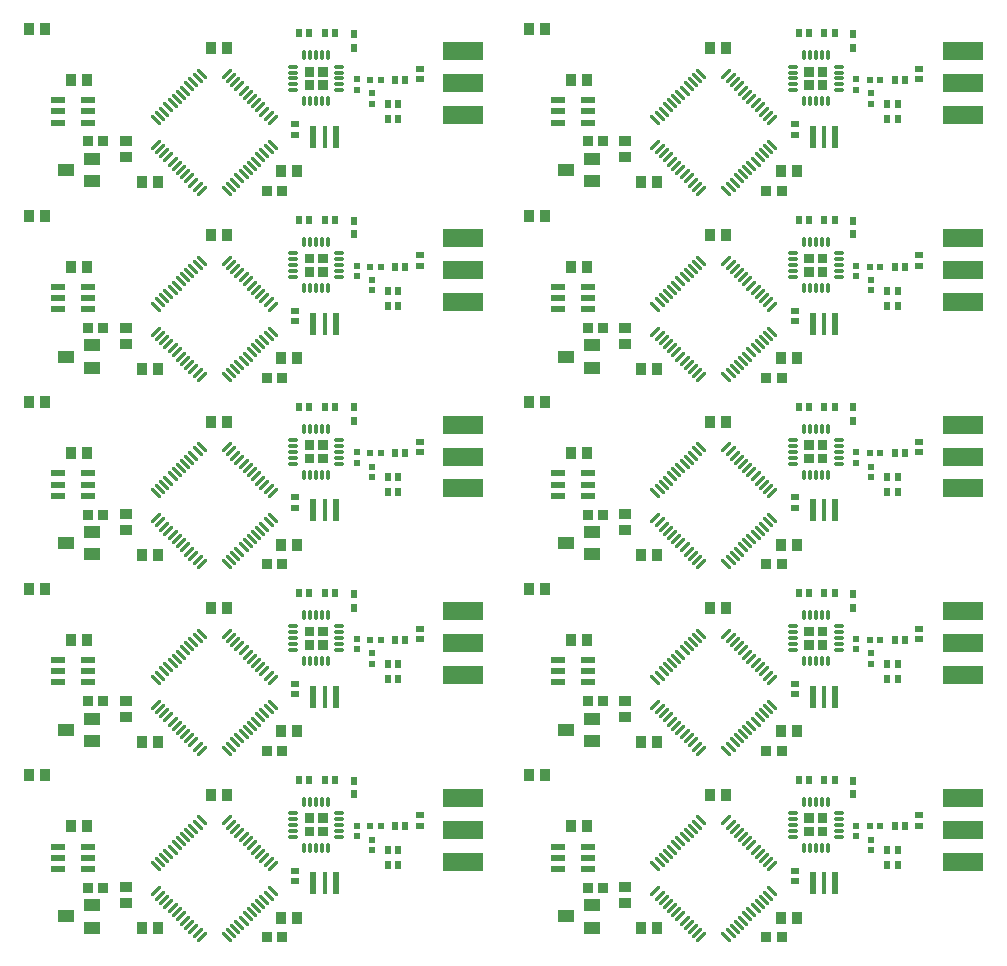
<source format=gtp>
G04*
G04 #@! TF.GenerationSoftware,Altium Limited,Altium Designer,22.10.1 (41)*
G04*
G04 Layer_Color=8421504*
%FSTAX24Y24*%
%MOIN*%
G70*
G04*
G04 #@! TF.SameCoordinates,8E8F082C-EA0B-43D0-983D-46ADB54C0823*
G04*
G04*
G04 #@! TF.FilePolarity,Positive*
G04*
G01*
G75*
%ADD10R,0.0252X0.0236*%
%ADD11R,0.0236X0.0252*%
%ADD12R,0.0197X0.0236*%
%ADD13R,0.0236X0.0197*%
%ADD14R,0.0236X0.0295*%
%ADD15R,0.0354X0.0394*%
G04:AMPARAMS|DCode=17|XSize=31.9mil|YSize=10.2mil|CornerRadius=1.3mil|HoleSize=0mil|Usage=FLASHONLY|Rotation=0.000|XOffset=0mil|YOffset=0mil|HoleType=Round|Shape=RoundedRectangle|*
%AMROUNDEDRECTD17*
21,1,0.0319,0.0077,0,0,0.0*
21,1,0.0293,0.0102,0,0,0.0*
1,1,0.0026,0.0147,-0.0038*
1,1,0.0026,-0.0147,-0.0038*
1,1,0.0026,-0.0147,0.0038*
1,1,0.0026,0.0147,0.0038*
%
%ADD17ROUNDEDRECTD17*%
G04:AMPARAMS|DCode=18|XSize=31.9mil|YSize=10.2mil|CornerRadius=1.3mil|HoleSize=0mil|Usage=FLASHONLY|Rotation=90.000|XOffset=0mil|YOffset=0mil|HoleType=Round|Shape=RoundedRectangle|*
%AMROUNDEDRECTD18*
21,1,0.0319,0.0077,0,0,90.0*
21,1,0.0293,0.0102,0,0,90.0*
1,1,0.0026,0.0038,0.0147*
1,1,0.0026,0.0038,-0.0147*
1,1,0.0026,-0.0038,-0.0147*
1,1,0.0026,-0.0038,0.0147*
%
%ADD18ROUNDEDRECTD18*%
G04:AMPARAMS|DCode=19|XSize=11.8mil|YSize=47.2mil|CornerRadius=0mil|HoleSize=0mil|Usage=FLASHONLY|Rotation=225.000|XOffset=0mil|YOffset=0mil|HoleType=Round|Shape=Round|*
%AMOVALD19*
21,1,0.0354,0.0118,0.0000,0.0000,315.0*
1,1,0.0118,-0.0125,0.0125*
1,1,0.0118,0.0125,-0.0125*
%
%ADD19OVALD19*%

G04:AMPARAMS|DCode=20|XSize=11.8mil|YSize=47.2mil|CornerRadius=0mil|HoleSize=0mil|Usage=FLASHONLY|Rotation=135.000|XOffset=0mil|YOffset=0mil|HoleType=Round|Shape=Round|*
%AMOVALD20*
21,1,0.0354,0.0118,0.0000,0.0000,225.0*
1,1,0.0118,0.0125,0.0125*
1,1,0.0118,-0.0125,-0.0125*
%
%ADD20OVALD20*%

%ADD21R,0.0394X0.0354*%
%ADD22R,0.0236X0.0748*%
%ADD23R,0.0157X0.0748*%
%ADD24R,0.1378X0.0591*%
%ADD25R,0.0335X0.0374*%
%ADD26R,0.0551X0.0394*%
G04:AMPARAMS|DCode=27|XSize=47.6mil|YSize=23.2mil|CornerRadius=2.9mil|HoleSize=0mil|Usage=FLASHONLY|Rotation=0.000|XOffset=0mil|YOffset=0mil|HoleType=Round|Shape=RoundedRectangle|*
%AMROUNDEDRECTD27*
21,1,0.0476,0.0174,0,0,0.0*
21,1,0.0418,0.0232,0,0,0.0*
1,1,0.0058,0.0209,-0.0087*
1,1,0.0058,-0.0209,-0.0087*
1,1,0.0058,-0.0209,0.0087*
1,1,0.0058,0.0209,0.0087*
%
%ADD27ROUNDEDRECTD27*%
G36*
X045512Y043485D02*
X045189D01*
Y043808D01*
X045512D01*
Y043485D01*
D02*
G37*
G36*
X028859D02*
X028535D01*
Y043808D01*
X028859D01*
Y043485D01*
D02*
G37*
G36*
X045961Y043485D02*
X045638D01*
Y043808D01*
X045961D01*
Y043485D01*
D02*
G37*
G36*
X029308D02*
X028985D01*
Y043808D01*
X029308D01*
Y043485D01*
D02*
G37*
G36*
X045961Y043036D02*
X045638D01*
Y043359D01*
X045961D01*
Y043036D01*
D02*
G37*
G36*
X029308D02*
X028985D01*
Y043359D01*
X029308D01*
Y043036D01*
D02*
G37*
G36*
X045512Y043036D02*
X045189D01*
Y043359D01*
X045512D01*
Y043036D01*
D02*
G37*
G36*
X028859D02*
X028536D01*
Y043359D01*
X028859D01*
Y043036D01*
D02*
G37*
G36*
X045512Y037265D02*
X045189D01*
Y037587D01*
X045512D01*
Y037265D01*
D02*
G37*
G36*
X028859D02*
X028535D01*
Y037587D01*
X028859D01*
Y037265D01*
D02*
G37*
G36*
X045961Y037265D02*
X045638D01*
Y037587D01*
X045961D01*
Y037265D01*
D02*
G37*
G36*
X029308D02*
X028985D01*
Y037587D01*
X029308D01*
Y037265D01*
D02*
G37*
G36*
X045961Y036816D02*
X045638D01*
Y037139D01*
X045961D01*
Y036816D01*
D02*
G37*
G36*
X029308D02*
X028985D01*
Y037139D01*
X029308D01*
Y036816D01*
D02*
G37*
G36*
X045512Y036816D02*
X045189D01*
Y037139D01*
X045512D01*
Y036816D01*
D02*
G37*
G36*
X028859D02*
X028536D01*
Y037139D01*
X028859D01*
Y036816D01*
D02*
G37*
G36*
X045512Y031044D02*
X045189D01*
Y031367D01*
X045512D01*
Y031044D01*
D02*
G37*
G36*
X028859D02*
X028535D01*
Y031367D01*
X028859D01*
Y031044D01*
D02*
G37*
G36*
X045961Y031044D02*
X045638D01*
Y031367D01*
X045961D01*
Y031044D01*
D02*
G37*
G36*
X029308D02*
X028985D01*
Y031367D01*
X029308D01*
Y031044D01*
D02*
G37*
G36*
X045961Y030595D02*
X045638D01*
Y030918D01*
X045961D01*
Y030595D01*
D02*
G37*
G36*
X029308D02*
X028985D01*
Y030918D01*
X029308D01*
Y030595D01*
D02*
G37*
G36*
X045512Y030595D02*
X045189D01*
Y030918D01*
X045512D01*
Y030595D01*
D02*
G37*
G36*
X028859D02*
X028536D01*
Y030918D01*
X028859D01*
Y030595D01*
D02*
G37*
G36*
X045512Y024824D02*
X045189D01*
Y025146D01*
X045512D01*
Y024824D01*
D02*
G37*
G36*
X028859D02*
X028535D01*
Y025146D01*
X028859D01*
Y024824D01*
D02*
G37*
G36*
X045961Y024824D02*
X045638D01*
Y025146D01*
X045961D01*
Y024824D01*
D02*
G37*
G36*
X029308D02*
X028985D01*
Y025146D01*
X029308D01*
Y024824D01*
D02*
G37*
G36*
X045961Y024375D02*
X045638D01*
Y024698D01*
X045961D01*
Y024375D01*
D02*
G37*
G36*
X029308D02*
X028985D01*
Y024698D01*
X029308D01*
Y024375D01*
D02*
G37*
G36*
X045512Y024375D02*
X045189D01*
Y024698D01*
X045512D01*
Y024375D01*
D02*
G37*
G36*
X028859D02*
X028536D01*
Y024698D01*
X028859D01*
Y024375D01*
D02*
G37*
G36*
X045512Y018603D02*
X045189D01*
Y018926D01*
X045512D01*
Y018603D01*
D02*
G37*
G36*
X028859D02*
X028535D01*
Y018926D01*
X028859D01*
Y018603D01*
D02*
G37*
G36*
X045961Y018603D02*
X045638D01*
Y018926D01*
X045961D01*
Y018603D01*
D02*
G37*
G36*
X029308D02*
X028985D01*
Y018926D01*
X029308D01*
Y018603D01*
D02*
G37*
G36*
X045961Y018154D02*
X045638D01*
Y018477D01*
X045961D01*
Y018154D01*
D02*
G37*
G36*
X029308D02*
X028985D01*
Y018477D01*
X029308D01*
Y018154D01*
D02*
G37*
G36*
X045512Y018154D02*
X045189D01*
Y018477D01*
X045512D01*
Y018154D01*
D02*
G37*
G36*
X028859D02*
X028536D01*
Y018477D01*
X028859D01*
Y018154D01*
D02*
G37*
D10*
X032373Y018518D02*
D03*
Y018865D02*
D03*
X028223Y016668D02*
D03*
Y017015D02*
D03*
X049026Y018518D02*
D03*
Y018865D02*
D03*
X044876Y016668D02*
D03*
Y017015D02*
D03*
X032373Y024739D02*
D03*
Y025085D02*
D03*
X028223Y022889D02*
D03*
Y023235D02*
D03*
X049026Y024739D02*
D03*
Y025085D02*
D03*
X044876Y022889D02*
D03*
Y023235D02*
D03*
X032373Y030959D02*
D03*
Y031305D02*
D03*
X028223Y029109D02*
D03*
Y029455D02*
D03*
X049026Y030959D02*
D03*
Y031305D02*
D03*
X044876Y029109D02*
D03*
Y029455D02*
D03*
X032373Y03718D02*
D03*
Y037526D02*
D03*
X028223Y03533D02*
D03*
Y035676D02*
D03*
X049026Y03718D02*
D03*
Y037526D02*
D03*
X044876Y03533D02*
D03*
Y035676D02*
D03*
X032373Y0434D02*
D03*
Y043746D02*
D03*
X028223Y04155D02*
D03*
Y041896D02*
D03*
X049026Y0434D02*
D03*
Y043746D02*
D03*
X044876Y04155D02*
D03*
Y041896D02*
D03*
D11*
X031896Y018491D02*
D03*
X03155D02*
D03*
X031646Y017691D02*
D03*
X0313D02*
D03*
X031646Y017191D02*
D03*
X0313D02*
D03*
X029546Y020041D02*
D03*
X0292D02*
D03*
X02835D02*
D03*
X028696D02*
D03*
X04855Y018491D02*
D03*
X048203D02*
D03*
X0483Y017691D02*
D03*
X047953D02*
D03*
X0483Y017191D02*
D03*
X047953D02*
D03*
X0462Y020041D02*
D03*
X045853D02*
D03*
X045003D02*
D03*
X04535D02*
D03*
X031896Y024712D02*
D03*
X03155D02*
D03*
X031646Y023912D02*
D03*
X0313D02*
D03*
X031646Y023412D02*
D03*
X0313D02*
D03*
X029546Y026262D02*
D03*
X0292D02*
D03*
X02835D02*
D03*
X028696D02*
D03*
X04855Y024712D02*
D03*
X048203D02*
D03*
X0483Y023912D02*
D03*
X047953D02*
D03*
X0483Y023412D02*
D03*
X047953D02*
D03*
X0462Y026262D02*
D03*
X045853D02*
D03*
X045003D02*
D03*
X04535D02*
D03*
X031896Y030932D02*
D03*
X03155D02*
D03*
X031646Y030132D02*
D03*
X0313D02*
D03*
X031646Y029632D02*
D03*
X0313D02*
D03*
X029546Y032482D02*
D03*
X0292D02*
D03*
X02835D02*
D03*
X028696D02*
D03*
X04855Y030932D02*
D03*
X048203D02*
D03*
X0483Y030132D02*
D03*
X047953D02*
D03*
X0483Y029632D02*
D03*
X047953D02*
D03*
X0462Y032482D02*
D03*
X045853D02*
D03*
X045003D02*
D03*
X04535D02*
D03*
X031896Y037153D02*
D03*
X03155D02*
D03*
X031646Y036353D02*
D03*
X0313D02*
D03*
X031646Y035853D02*
D03*
X0313D02*
D03*
X029546Y038703D02*
D03*
X0292D02*
D03*
X02835D02*
D03*
X028696D02*
D03*
X04855Y037153D02*
D03*
X048203D02*
D03*
X0483Y036353D02*
D03*
X047953D02*
D03*
X0483Y035853D02*
D03*
X047953D02*
D03*
X0462Y038703D02*
D03*
X045853D02*
D03*
X045003D02*
D03*
X04535D02*
D03*
X031896Y043373D02*
D03*
X03155D02*
D03*
X031646Y042573D02*
D03*
X0313D02*
D03*
X031646Y042073D02*
D03*
X0313D02*
D03*
X029546Y044923D02*
D03*
X0292D02*
D03*
X02835D02*
D03*
X028696D02*
D03*
X04855Y043373D02*
D03*
X048203D02*
D03*
X0483Y042573D02*
D03*
X047953D02*
D03*
X0483Y042073D02*
D03*
X047953D02*
D03*
X0462Y044923D02*
D03*
X045853D02*
D03*
X045003D02*
D03*
X04535D02*
D03*
D12*
X031069Y018491D02*
D03*
X030723D02*
D03*
X047723D02*
D03*
X047376D02*
D03*
X031069Y024712D02*
D03*
X030723D02*
D03*
X047723D02*
D03*
X047376D02*
D03*
X031069Y030932D02*
D03*
X030723D02*
D03*
X047723D02*
D03*
X047376D02*
D03*
X031069Y037153D02*
D03*
X030723D02*
D03*
X047723D02*
D03*
X047376D02*
D03*
X031069Y043373D02*
D03*
X030723D02*
D03*
X047723D02*
D03*
X047376D02*
D03*
D13*
X030273Y018515D02*
D03*
Y018168D02*
D03*
X030773Y018041D02*
D03*
Y017695D02*
D03*
X046926Y018515D02*
D03*
Y018168D02*
D03*
X047426Y018041D02*
D03*
Y017695D02*
D03*
X030273Y024735D02*
D03*
Y024389D02*
D03*
X030773Y024262D02*
D03*
Y023915D02*
D03*
X046926Y024735D02*
D03*
Y024389D02*
D03*
X047426Y024262D02*
D03*
Y023915D02*
D03*
X030273Y030956D02*
D03*
Y030609D02*
D03*
X030773Y030482D02*
D03*
Y030136D02*
D03*
X046926Y030956D02*
D03*
Y030609D02*
D03*
X047426Y030482D02*
D03*
Y030136D02*
D03*
X030273Y037176D02*
D03*
Y03683D02*
D03*
X030773Y036703D02*
D03*
Y036356D02*
D03*
X046926Y037176D02*
D03*
Y03683D02*
D03*
X047426Y036703D02*
D03*
Y036356D02*
D03*
X030273Y043396D02*
D03*
Y04305D02*
D03*
X030773Y042923D02*
D03*
Y042577D02*
D03*
X046926Y043396D02*
D03*
Y04305D02*
D03*
X047426Y042923D02*
D03*
Y042577D02*
D03*
D14*
X030173Y019565D02*
D03*
Y020018D02*
D03*
X046826Y019565D02*
D03*
Y020018D02*
D03*
X030173Y025785D02*
D03*
Y026238D02*
D03*
X046826Y025785D02*
D03*
Y026238D02*
D03*
X030173Y032006D02*
D03*
Y032459D02*
D03*
X046826Y032006D02*
D03*
Y032459D02*
D03*
X030173Y038226D02*
D03*
Y038679D02*
D03*
X046826Y038226D02*
D03*
Y038679D02*
D03*
X030173Y044447D02*
D03*
Y0449D02*
D03*
X046826Y044447D02*
D03*
Y0449D02*
D03*
D15*
X023639Y015091D02*
D03*
X023107D02*
D03*
X025939Y019541D02*
D03*
X025407D02*
D03*
X019889Y020191D02*
D03*
X019357D02*
D03*
X021289Y018491D02*
D03*
X020757D02*
D03*
X028289Y015441D02*
D03*
X027757D02*
D03*
X040292Y015091D02*
D03*
X039761D02*
D03*
X042592Y019541D02*
D03*
X042061D02*
D03*
X036542Y020191D02*
D03*
X036011D02*
D03*
X037942Y018491D02*
D03*
X037411D02*
D03*
X044942Y015441D02*
D03*
X044411D02*
D03*
X023639Y021312D02*
D03*
X023107D02*
D03*
X025939Y025762D02*
D03*
X025407D02*
D03*
X019889Y026412D02*
D03*
X019357D02*
D03*
X021289Y024712D02*
D03*
X020757D02*
D03*
X028289Y021662D02*
D03*
X027757D02*
D03*
X040292Y021312D02*
D03*
X039761D02*
D03*
X042592Y025762D02*
D03*
X042061D02*
D03*
X036542Y026412D02*
D03*
X036011D02*
D03*
X037942Y024712D02*
D03*
X037411D02*
D03*
X044942Y021662D02*
D03*
X044411D02*
D03*
X023639Y027532D02*
D03*
X023107D02*
D03*
X025939Y031982D02*
D03*
X025407D02*
D03*
X019889Y032632D02*
D03*
X019357D02*
D03*
X021289Y030932D02*
D03*
X020757D02*
D03*
X028289Y027882D02*
D03*
X027757D02*
D03*
X040292Y027532D02*
D03*
X039761D02*
D03*
X042592Y031982D02*
D03*
X042061D02*
D03*
X036542Y032632D02*
D03*
X036011D02*
D03*
X037942Y030932D02*
D03*
X037411D02*
D03*
X044942Y027882D02*
D03*
X044411D02*
D03*
X023639Y033753D02*
D03*
X023107D02*
D03*
X025939Y038203D02*
D03*
X025407D02*
D03*
X019889Y038853D02*
D03*
X019357D02*
D03*
X021289Y037153D02*
D03*
X020757D02*
D03*
X028289Y034103D02*
D03*
X027757D02*
D03*
X040292Y033753D02*
D03*
X039761D02*
D03*
X042592Y038203D02*
D03*
X042061D02*
D03*
X036542Y038853D02*
D03*
X036011D02*
D03*
X037942Y037153D02*
D03*
X037411D02*
D03*
X044942Y034103D02*
D03*
X044411D02*
D03*
X023639Y039973D02*
D03*
X023107D02*
D03*
X025939Y044423D02*
D03*
X025407D02*
D03*
X019889Y045073D02*
D03*
X019357D02*
D03*
X021289Y043373D02*
D03*
X020757D02*
D03*
X028289Y040323D02*
D03*
X027757D02*
D03*
X040292Y039973D02*
D03*
X039761D02*
D03*
X042592Y044423D02*
D03*
X042061D02*
D03*
X036542Y045073D02*
D03*
X036011D02*
D03*
X037942Y043373D02*
D03*
X037411D02*
D03*
X044942Y040323D02*
D03*
X044411D02*
D03*
D17*
X029689Y018934D02*
D03*
Y018737D02*
D03*
Y01854D02*
D03*
Y018343D02*
D03*
Y018146D02*
D03*
X028154D02*
D03*
Y018343D02*
D03*
Y01854D02*
D03*
Y018737D02*
D03*
Y018934D02*
D03*
X046343D02*
D03*
Y018737D02*
D03*
Y01854D02*
D03*
Y018343D02*
D03*
Y018146D02*
D03*
X044808D02*
D03*
Y018343D02*
D03*
Y01854D02*
D03*
Y018737D02*
D03*
Y018934D02*
D03*
X029689Y025154D02*
D03*
Y024957D02*
D03*
Y024761D02*
D03*
Y024564D02*
D03*
Y024367D02*
D03*
X028154D02*
D03*
Y024564D02*
D03*
Y024761D02*
D03*
Y024957D02*
D03*
Y025154D02*
D03*
X046343D02*
D03*
Y024957D02*
D03*
Y024761D02*
D03*
Y024564D02*
D03*
Y024367D02*
D03*
X044808D02*
D03*
Y024564D02*
D03*
Y024761D02*
D03*
Y024957D02*
D03*
Y025154D02*
D03*
X029689Y031375D02*
D03*
Y031178D02*
D03*
Y030981D02*
D03*
Y030784D02*
D03*
Y030587D02*
D03*
X028154D02*
D03*
Y030784D02*
D03*
Y030981D02*
D03*
Y031178D02*
D03*
Y031375D02*
D03*
X046343D02*
D03*
Y031178D02*
D03*
Y030981D02*
D03*
Y030784D02*
D03*
Y030587D02*
D03*
X044808D02*
D03*
Y030784D02*
D03*
Y030981D02*
D03*
Y031178D02*
D03*
Y031375D02*
D03*
X029689Y037595D02*
D03*
Y037398D02*
D03*
Y037202D02*
D03*
Y037005D02*
D03*
Y036808D02*
D03*
X028154D02*
D03*
Y037005D02*
D03*
Y037202D02*
D03*
Y037398D02*
D03*
Y037595D02*
D03*
X046343D02*
D03*
Y037398D02*
D03*
Y037202D02*
D03*
Y037005D02*
D03*
Y036808D02*
D03*
X044808D02*
D03*
Y037005D02*
D03*
Y037202D02*
D03*
Y037398D02*
D03*
Y037595D02*
D03*
X029689Y043816D02*
D03*
Y043619D02*
D03*
Y043422D02*
D03*
Y043225D02*
D03*
Y043028D02*
D03*
X028154D02*
D03*
Y043225D02*
D03*
Y043422D02*
D03*
Y043619D02*
D03*
Y043816D02*
D03*
X046343D02*
D03*
Y043619D02*
D03*
Y043422D02*
D03*
Y043225D02*
D03*
Y043028D02*
D03*
X044808D02*
D03*
Y043225D02*
D03*
Y043422D02*
D03*
Y043619D02*
D03*
Y043816D02*
D03*
D18*
X028528Y019308D02*
D03*
X028725D02*
D03*
X028922D02*
D03*
X029119D02*
D03*
X029315D02*
D03*
Y017772D02*
D03*
X029119D02*
D03*
X028922D02*
D03*
X028725D02*
D03*
X028528D02*
D03*
X045182Y019308D02*
D03*
X045378D02*
D03*
X045575D02*
D03*
X045772D02*
D03*
X045969D02*
D03*
Y017772D02*
D03*
X045772D02*
D03*
X045575D02*
D03*
X045378D02*
D03*
X045182D02*
D03*
X028528Y025528D02*
D03*
X028725D02*
D03*
X028922D02*
D03*
X029119D02*
D03*
X029315D02*
D03*
Y023993D02*
D03*
X029119D02*
D03*
X028922D02*
D03*
X028725D02*
D03*
X028528D02*
D03*
X045182Y025528D02*
D03*
X045378D02*
D03*
X045575D02*
D03*
X045772D02*
D03*
X045969D02*
D03*
Y023993D02*
D03*
X045772D02*
D03*
X045575D02*
D03*
X045378D02*
D03*
X045182D02*
D03*
X028528Y031749D02*
D03*
X028725D02*
D03*
X028922D02*
D03*
X029119D02*
D03*
X029315D02*
D03*
Y030213D02*
D03*
X029119D02*
D03*
X028922D02*
D03*
X028725D02*
D03*
X028528D02*
D03*
X045182Y031749D02*
D03*
X045378D02*
D03*
X045575D02*
D03*
X045772D02*
D03*
X045969D02*
D03*
Y030213D02*
D03*
X045772D02*
D03*
X045575D02*
D03*
X045378D02*
D03*
X045182D02*
D03*
X028528Y037969D02*
D03*
X028725D02*
D03*
X028922D02*
D03*
X029119D02*
D03*
X029315D02*
D03*
Y036434D02*
D03*
X029119D02*
D03*
X028922D02*
D03*
X028725D02*
D03*
X028528D02*
D03*
X045182Y037969D02*
D03*
X045378D02*
D03*
X045575D02*
D03*
X045772D02*
D03*
X045969D02*
D03*
Y036434D02*
D03*
X045772D02*
D03*
X045575D02*
D03*
X045378D02*
D03*
X045182D02*
D03*
X028528Y04419D02*
D03*
X028725D02*
D03*
X028922D02*
D03*
X029119D02*
D03*
X029315D02*
D03*
Y042654D02*
D03*
X029119D02*
D03*
X028922D02*
D03*
X028725D02*
D03*
X028528D02*
D03*
X045182Y04419D02*
D03*
X045378D02*
D03*
X045575D02*
D03*
X045772D02*
D03*
X045969D02*
D03*
Y042654D02*
D03*
X045772D02*
D03*
X045575D02*
D03*
X045378D02*
D03*
X045182D02*
D03*
D19*
X02594Y014793D02*
D03*
X02608Y014932D02*
D03*
X026219Y015071D02*
D03*
X026358Y01521D02*
D03*
X026497Y015349D02*
D03*
X026636Y015489D02*
D03*
X026776Y015628D02*
D03*
X026915Y015767D02*
D03*
X027054Y015906D02*
D03*
X027193Y016045D02*
D03*
X027332Y016185D02*
D03*
X027472Y016324D02*
D03*
X025105Y01869D02*
D03*
X024966Y018551D02*
D03*
X024827Y018412D02*
D03*
X024688Y018272D02*
D03*
X024549Y018133D02*
D03*
X024409Y017994D02*
D03*
X02427Y017855D02*
D03*
X024131Y017716D02*
D03*
X023992Y017576D02*
D03*
X023853Y017437D02*
D03*
X023713Y017298D02*
D03*
X023574Y017159D02*
D03*
X042594Y014793D02*
D03*
X042733Y014932D02*
D03*
X042872Y015071D02*
D03*
X043012Y01521D02*
D03*
X043151Y015349D02*
D03*
X04329Y015489D02*
D03*
X043429Y015628D02*
D03*
X043568Y015767D02*
D03*
X043708Y015906D02*
D03*
X043847Y016045D02*
D03*
X043986Y016185D02*
D03*
X044125Y016324D02*
D03*
X041759Y01869D02*
D03*
X04162Y018551D02*
D03*
X04148Y018412D02*
D03*
X041341Y018272D02*
D03*
X041202Y018133D02*
D03*
X041063Y017994D02*
D03*
X040924Y017855D02*
D03*
X040785Y017716D02*
D03*
X040645Y017576D02*
D03*
X040506Y017437D02*
D03*
X040367Y017298D02*
D03*
X040228Y017159D02*
D03*
X02594Y021013D02*
D03*
X02608Y021152D02*
D03*
X026219Y021291D02*
D03*
X026358Y021431D02*
D03*
X026497Y02157D02*
D03*
X026636Y021709D02*
D03*
X026776Y021848D02*
D03*
X026915Y021987D02*
D03*
X027054Y022127D02*
D03*
X027193Y022266D02*
D03*
X027332Y022405D02*
D03*
X027472Y022544D02*
D03*
X025105Y024911D02*
D03*
X024966Y024771D02*
D03*
X024827Y024632D02*
D03*
X024688Y024493D02*
D03*
X024549Y024354D02*
D03*
X024409Y024215D02*
D03*
X02427Y024075D02*
D03*
X024131Y023936D02*
D03*
X023992Y023797D02*
D03*
X023853Y023658D02*
D03*
X023713Y023519D02*
D03*
X023574Y023379D02*
D03*
X042594Y021013D02*
D03*
X042733Y021152D02*
D03*
X042872Y021291D02*
D03*
X043012Y021431D02*
D03*
X043151Y02157D02*
D03*
X04329Y021709D02*
D03*
X043429Y021848D02*
D03*
X043568Y021987D02*
D03*
X043708Y022127D02*
D03*
X043847Y022266D02*
D03*
X043986Y022405D02*
D03*
X044125Y022544D02*
D03*
X041759Y024911D02*
D03*
X04162Y024771D02*
D03*
X04148Y024632D02*
D03*
X041341Y024493D02*
D03*
X041202Y024354D02*
D03*
X041063Y024215D02*
D03*
X040924Y024075D02*
D03*
X040785Y023936D02*
D03*
X040645Y023797D02*
D03*
X040506Y023658D02*
D03*
X040367Y023519D02*
D03*
X040228Y023379D02*
D03*
X02594Y027234D02*
D03*
X02608Y027373D02*
D03*
X026219Y027512D02*
D03*
X026358Y027651D02*
D03*
X026497Y02779D02*
D03*
X026636Y02793D02*
D03*
X026776Y028069D02*
D03*
X026915Y028208D02*
D03*
X027054Y028347D02*
D03*
X027193Y028486D02*
D03*
X027332Y028625D02*
D03*
X027472Y028765D02*
D03*
X025105Y031131D02*
D03*
X024966Y030992D02*
D03*
X024827Y030853D02*
D03*
X024688Y030713D02*
D03*
X024549Y030574D02*
D03*
X024409Y030435D02*
D03*
X02427Y030296D02*
D03*
X024131Y030157D02*
D03*
X023992Y030017D02*
D03*
X023853Y029878D02*
D03*
X023713Y029739D02*
D03*
X023574Y0296D02*
D03*
X042594Y027234D02*
D03*
X042733Y027373D02*
D03*
X042872Y027512D02*
D03*
X043012Y027651D02*
D03*
X043151Y02779D02*
D03*
X04329Y02793D02*
D03*
X043429Y028069D02*
D03*
X043568Y028208D02*
D03*
X043708Y028347D02*
D03*
X043847Y028486D02*
D03*
X043986Y028625D02*
D03*
X044125Y028765D02*
D03*
X041759Y031131D02*
D03*
X04162Y030992D02*
D03*
X04148Y030853D02*
D03*
X041341Y030713D02*
D03*
X041202Y030574D02*
D03*
X041063Y030435D02*
D03*
X040924Y030296D02*
D03*
X040785Y030157D02*
D03*
X040645Y030017D02*
D03*
X040506Y029878D02*
D03*
X040367Y029739D02*
D03*
X040228Y0296D02*
D03*
X02594Y033454D02*
D03*
X02608Y033593D02*
D03*
X026219Y033732D02*
D03*
X026358Y033872D02*
D03*
X026497Y034011D02*
D03*
X026636Y03415D02*
D03*
X026776Y034289D02*
D03*
X026915Y034428D02*
D03*
X027054Y034568D02*
D03*
X027193Y034707D02*
D03*
X027332Y034846D02*
D03*
X027472Y034985D02*
D03*
X025105Y037351D02*
D03*
X024966Y037212D02*
D03*
X024827Y037073D02*
D03*
X024688Y036934D02*
D03*
X024549Y036795D02*
D03*
X024409Y036655D02*
D03*
X02427Y036516D02*
D03*
X024131Y036377D02*
D03*
X023992Y036238D02*
D03*
X023853Y036099D02*
D03*
X023713Y03596D02*
D03*
X023574Y03582D02*
D03*
X042594Y033454D02*
D03*
X042733Y033593D02*
D03*
X042872Y033732D02*
D03*
X043012Y033872D02*
D03*
X043151Y034011D02*
D03*
X04329Y03415D02*
D03*
X043429Y034289D02*
D03*
X043568Y034428D02*
D03*
X043708Y034568D02*
D03*
X043847Y034707D02*
D03*
X043986Y034846D02*
D03*
X044125Y034985D02*
D03*
X041759Y037351D02*
D03*
X04162Y037212D02*
D03*
X04148Y037073D02*
D03*
X041341Y036934D02*
D03*
X041202Y036795D02*
D03*
X041063Y036655D02*
D03*
X040924Y036516D02*
D03*
X040785Y036377D02*
D03*
X040645Y036238D02*
D03*
X040506Y036099D02*
D03*
X040367Y03596D02*
D03*
X040228Y03582D02*
D03*
X02594Y039674D02*
D03*
X02608Y039814D02*
D03*
X026219Y039953D02*
D03*
X026358Y040092D02*
D03*
X026497Y040231D02*
D03*
X026636Y04037D02*
D03*
X026776Y04051D02*
D03*
X026915Y040649D02*
D03*
X027054Y040788D02*
D03*
X027193Y040927D02*
D03*
X027332Y041066D02*
D03*
X027472Y041206D02*
D03*
X025105Y043572D02*
D03*
X024966Y043433D02*
D03*
X024827Y043294D02*
D03*
X024688Y043154D02*
D03*
X024549Y043015D02*
D03*
X024409Y042876D02*
D03*
X02427Y042737D02*
D03*
X024131Y042598D02*
D03*
X023992Y042458D02*
D03*
X023853Y042319D02*
D03*
X023713Y04218D02*
D03*
X023574Y042041D02*
D03*
X042594Y039674D02*
D03*
X042733Y039814D02*
D03*
X042872Y039953D02*
D03*
X043012Y040092D02*
D03*
X043151Y040231D02*
D03*
X04329Y04037D02*
D03*
X043429Y04051D02*
D03*
X043568Y040649D02*
D03*
X043708Y040788D02*
D03*
X043847Y040927D02*
D03*
X043986Y041066D02*
D03*
X044125Y041206D02*
D03*
X041759Y043572D02*
D03*
X04162Y043433D02*
D03*
X04148Y043294D02*
D03*
X041341Y043154D02*
D03*
X041202Y043015D02*
D03*
X041063Y042876D02*
D03*
X040924Y042737D02*
D03*
X040785Y042598D02*
D03*
X040645Y042458D02*
D03*
X040506Y042319D02*
D03*
X040367Y04218D02*
D03*
X040228Y042041D02*
D03*
D20*
X027472Y017159D02*
D03*
X027332Y017298D02*
D03*
X027193Y017437D02*
D03*
X027054Y017576D02*
D03*
X026915Y017716D02*
D03*
X026776Y017855D02*
D03*
X026636Y017994D02*
D03*
X026497Y018133D02*
D03*
X026358Y018272D02*
D03*
X026219Y018412D02*
D03*
X02608Y018551D02*
D03*
X02594Y01869D02*
D03*
X023574Y016324D02*
D03*
X023713Y016185D02*
D03*
X023853Y016045D02*
D03*
X023992Y015906D02*
D03*
X024131Y015767D02*
D03*
X02427Y015628D02*
D03*
X024409Y015489D02*
D03*
X024549Y015349D02*
D03*
X024688Y01521D02*
D03*
X024827Y015071D02*
D03*
X024966Y014932D02*
D03*
X025105Y014793D02*
D03*
X044125Y017159D02*
D03*
X043986Y017298D02*
D03*
X043847Y017437D02*
D03*
X043708Y017576D02*
D03*
X043568Y017716D02*
D03*
X043429Y017855D02*
D03*
X04329Y017994D02*
D03*
X043151Y018133D02*
D03*
X043012Y018272D02*
D03*
X042872Y018412D02*
D03*
X042733Y018551D02*
D03*
X042594Y01869D02*
D03*
X040228Y016324D02*
D03*
X040367Y016185D02*
D03*
X040506Y016045D02*
D03*
X040645Y015906D02*
D03*
X040785Y015767D02*
D03*
X040924Y015628D02*
D03*
X041063Y015489D02*
D03*
X041202Y015349D02*
D03*
X041341Y01521D02*
D03*
X04148Y015071D02*
D03*
X04162Y014932D02*
D03*
X041759Y014793D02*
D03*
X027472Y023379D02*
D03*
X027332Y023519D02*
D03*
X027193Y023658D02*
D03*
X027054Y023797D02*
D03*
X026915Y023936D02*
D03*
X026776Y024075D02*
D03*
X026636Y024215D02*
D03*
X026497Y024354D02*
D03*
X026358Y024493D02*
D03*
X026219Y024632D02*
D03*
X02608Y024771D02*
D03*
X02594Y024911D02*
D03*
X023574Y022544D02*
D03*
X023713Y022405D02*
D03*
X023853Y022266D02*
D03*
X023992Y022127D02*
D03*
X024131Y021987D02*
D03*
X02427Y021848D02*
D03*
X024409Y021709D02*
D03*
X024549Y02157D02*
D03*
X024688Y021431D02*
D03*
X024827Y021291D02*
D03*
X024966Y021152D02*
D03*
X025105Y021013D02*
D03*
X044125Y023379D02*
D03*
X043986Y023519D02*
D03*
X043847Y023658D02*
D03*
X043708Y023797D02*
D03*
X043568Y023936D02*
D03*
X043429Y024075D02*
D03*
X04329Y024215D02*
D03*
X043151Y024354D02*
D03*
X043012Y024493D02*
D03*
X042872Y024632D02*
D03*
X042733Y024771D02*
D03*
X042594Y024911D02*
D03*
X040228Y022544D02*
D03*
X040367Y022405D02*
D03*
X040506Y022266D02*
D03*
X040645Y022127D02*
D03*
X040785Y021987D02*
D03*
X040924Y021848D02*
D03*
X041063Y021709D02*
D03*
X041202Y02157D02*
D03*
X041341Y021431D02*
D03*
X04148Y021291D02*
D03*
X04162Y021152D02*
D03*
X041759Y021013D02*
D03*
X027472Y0296D02*
D03*
X027332Y029739D02*
D03*
X027193Y029878D02*
D03*
X027054Y030017D02*
D03*
X026915Y030157D02*
D03*
X026776Y030296D02*
D03*
X026636Y030435D02*
D03*
X026497Y030574D02*
D03*
X026358Y030713D02*
D03*
X026219Y030853D02*
D03*
X02608Y030992D02*
D03*
X02594Y031131D02*
D03*
X023574Y028765D02*
D03*
X023713Y028625D02*
D03*
X023853Y028486D02*
D03*
X023992Y028347D02*
D03*
X024131Y028208D02*
D03*
X02427Y028069D02*
D03*
X024409Y02793D02*
D03*
X024549Y02779D02*
D03*
X024688Y027651D02*
D03*
X024827Y027512D02*
D03*
X024966Y027373D02*
D03*
X025105Y027234D02*
D03*
X044125Y0296D02*
D03*
X043986Y029739D02*
D03*
X043847Y029878D02*
D03*
X043708Y030017D02*
D03*
X043568Y030157D02*
D03*
X043429Y030296D02*
D03*
X04329Y030435D02*
D03*
X043151Y030574D02*
D03*
X043012Y030713D02*
D03*
X042872Y030853D02*
D03*
X042733Y030992D02*
D03*
X042594Y031131D02*
D03*
X040228Y028765D02*
D03*
X040367Y028625D02*
D03*
X040506Y028486D02*
D03*
X040645Y028347D02*
D03*
X040785Y028208D02*
D03*
X040924Y028069D02*
D03*
X041063Y02793D02*
D03*
X041202Y02779D02*
D03*
X041341Y027651D02*
D03*
X04148Y027512D02*
D03*
X04162Y027373D02*
D03*
X041759Y027234D02*
D03*
X027472Y03582D02*
D03*
X027332Y03596D02*
D03*
X027193Y036099D02*
D03*
X027054Y036238D02*
D03*
X026915Y036377D02*
D03*
X026776Y036516D02*
D03*
X026636Y036655D02*
D03*
X026497Y036795D02*
D03*
X026358Y036934D02*
D03*
X026219Y037073D02*
D03*
X02608Y037212D02*
D03*
X02594Y037351D02*
D03*
X023574Y034985D02*
D03*
X023713Y034846D02*
D03*
X023853Y034707D02*
D03*
X023992Y034568D02*
D03*
X024131Y034428D02*
D03*
X02427Y034289D02*
D03*
X024409Y03415D02*
D03*
X024549Y034011D02*
D03*
X024688Y033872D02*
D03*
X024827Y033732D02*
D03*
X024966Y033593D02*
D03*
X025105Y033454D02*
D03*
X044125Y03582D02*
D03*
X043986Y03596D02*
D03*
X043847Y036099D02*
D03*
X043708Y036238D02*
D03*
X043568Y036377D02*
D03*
X043429Y036516D02*
D03*
X04329Y036655D02*
D03*
X043151Y036795D02*
D03*
X043012Y036934D02*
D03*
X042872Y037073D02*
D03*
X042733Y037212D02*
D03*
X042594Y037351D02*
D03*
X040228Y034985D02*
D03*
X040367Y034846D02*
D03*
X040506Y034707D02*
D03*
X040645Y034568D02*
D03*
X040785Y034428D02*
D03*
X040924Y034289D02*
D03*
X041063Y03415D02*
D03*
X041202Y034011D02*
D03*
X041341Y033872D02*
D03*
X04148Y033732D02*
D03*
X04162Y033593D02*
D03*
X041759Y033454D02*
D03*
X027472Y042041D02*
D03*
X027332Y04218D02*
D03*
X027193Y042319D02*
D03*
X027054Y042458D02*
D03*
X026915Y042598D02*
D03*
X026776Y042737D02*
D03*
X026636Y042876D02*
D03*
X026497Y043015D02*
D03*
X026358Y043154D02*
D03*
X026219Y043294D02*
D03*
X02608Y043433D02*
D03*
X02594Y043572D02*
D03*
X023574Y041206D02*
D03*
X023713Y041066D02*
D03*
X023853Y040927D02*
D03*
X023992Y040788D02*
D03*
X024131Y040649D02*
D03*
X02427Y04051D02*
D03*
X024409Y04037D02*
D03*
X024549Y040231D02*
D03*
X024688Y040092D02*
D03*
X024827Y039953D02*
D03*
X024966Y039814D02*
D03*
X025105Y039674D02*
D03*
X044125Y042041D02*
D03*
X043986Y04218D02*
D03*
X043847Y042319D02*
D03*
X043708Y042458D02*
D03*
X043568Y042598D02*
D03*
X043429Y042737D02*
D03*
X04329Y042876D02*
D03*
X043151Y043015D02*
D03*
X043012Y043154D02*
D03*
X042872Y043294D02*
D03*
X042733Y043433D02*
D03*
X042594Y043572D02*
D03*
X040228Y041206D02*
D03*
X040367Y041066D02*
D03*
X040506Y040927D02*
D03*
X040645Y040788D02*
D03*
X040785Y040649D02*
D03*
X040924Y04051D02*
D03*
X041063Y04037D02*
D03*
X041202Y040231D02*
D03*
X041341Y040092D02*
D03*
X04148Y039953D02*
D03*
X04162Y039814D02*
D03*
X041759Y039674D02*
D03*
D21*
X022573Y015926D02*
D03*
Y016457D02*
D03*
X039226Y015926D02*
D03*
Y016457D02*
D03*
X022573Y022146D02*
D03*
Y022678D02*
D03*
X039226Y022146D02*
D03*
Y022678D02*
D03*
X022573Y028367D02*
D03*
Y028898D02*
D03*
X039226Y028367D02*
D03*
Y028898D02*
D03*
X022573Y034587D02*
D03*
Y035118D02*
D03*
X039226Y034587D02*
D03*
Y035118D02*
D03*
X022573Y040807D02*
D03*
Y041339D02*
D03*
X039226Y040807D02*
D03*
Y041339D02*
D03*
D22*
X028825Y016591D02*
D03*
X029573D02*
D03*
X045478D02*
D03*
X046226D02*
D03*
X028825Y022812D02*
D03*
X029573D02*
D03*
X045478D02*
D03*
X046226D02*
D03*
X028825Y029032D02*
D03*
X029573D02*
D03*
X045478D02*
D03*
X046226D02*
D03*
X028825Y035253D02*
D03*
X029573D02*
D03*
X045478D02*
D03*
X046226D02*
D03*
X028825Y041473D02*
D03*
X029573D02*
D03*
X045478D02*
D03*
X046226D02*
D03*
D23*
X029199Y016591D02*
D03*
X045852D02*
D03*
X029199Y022812D02*
D03*
X045852D02*
D03*
X029199Y029032D02*
D03*
X045852D02*
D03*
X029199Y035253D02*
D03*
X045852D02*
D03*
X029199Y041473D02*
D03*
X045852D02*
D03*
D24*
X033823Y017315D02*
D03*
Y019441D02*
D03*
Y018378D02*
D03*
Y017315D02*
D03*
Y019441D02*
D03*
X050476Y017315D02*
D03*
Y019441D02*
D03*
Y018378D02*
D03*
Y017315D02*
D03*
Y019441D02*
D03*
X033823Y023536D02*
D03*
Y025662D02*
D03*
Y024599D02*
D03*
Y023536D02*
D03*
Y025662D02*
D03*
X050476Y023536D02*
D03*
Y025662D02*
D03*
Y024599D02*
D03*
Y023536D02*
D03*
Y025662D02*
D03*
X033823Y029756D02*
D03*
Y031882D02*
D03*
Y030819D02*
D03*
Y029756D02*
D03*
Y031882D02*
D03*
X050476Y029756D02*
D03*
Y031882D02*
D03*
Y030819D02*
D03*
Y029756D02*
D03*
Y031882D02*
D03*
X033823Y035977D02*
D03*
Y038103D02*
D03*
Y03704D02*
D03*
Y035977D02*
D03*
Y038103D02*
D03*
X050476Y035977D02*
D03*
Y038103D02*
D03*
Y03704D02*
D03*
Y035977D02*
D03*
Y038103D02*
D03*
X033823Y042197D02*
D03*
Y044323D02*
D03*
Y04326D02*
D03*
Y042197D02*
D03*
Y044323D02*
D03*
X050476Y042197D02*
D03*
Y044323D02*
D03*
Y04326D02*
D03*
Y042197D02*
D03*
Y044323D02*
D03*
D25*
X021311Y016441D02*
D03*
X021823D02*
D03*
X027779Y014791D02*
D03*
X027267D02*
D03*
X037965Y016441D02*
D03*
X038476D02*
D03*
X044432Y014791D02*
D03*
X043921D02*
D03*
X021311Y022662D02*
D03*
X021823D02*
D03*
X027779Y021012D02*
D03*
X027267D02*
D03*
X037965Y022662D02*
D03*
X038476D02*
D03*
X044432Y021012D02*
D03*
X043921D02*
D03*
X021311Y028882D02*
D03*
X021823D02*
D03*
X027779Y027232D02*
D03*
X027267D02*
D03*
X037965Y028882D02*
D03*
X038476D02*
D03*
X044432Y027232D02*
D03*
X043921D02*
D03*
X021311Y035103D02*
D03*
X021823D02*
D03*
X027779Y033453D02*
D03*
X027267D02*
D03*
X037965Y035103D02*
D03*
X038476D02*
D03*
X044432Y033453D02*
D03*
X043921D02*
D03*
X021311Y041323D02*
D03*
X021823D02*
D03*
X027779Y039673D02*
D03*
X027267D02*
D03*
X037965Y041323D02*
D03*
X038476D02*
D03*
X044432Y039673D02*
D03*
X043921D02*
D03*
D26*
X02059Y015491D02*
D03*
X021456Y015865D02*
D03*
Y015117D02*
D03*
X037243Y015491D02*
D03*
X03811Y015865D02*
D03*
Y015117D02*
D03*
X02059Y021712D02*
D03*
X021456Y022086D02*
D03*
Y021338D02*
D03*
X037243Y021712D02*
D03*
X03811Y022086D02*
D03*
Y021338D02*
D03*
X02059Y027932D02*
D03*
X021456Y028306D02*
D03*
Y027558D02*
D03*
X037243Y027932D02*
D03*
X03811Y028306D02*
D03*
Y027558D02*
D03*
X02059Y034153D02*
D03*
X021456Y034527D02*
D03*
Y033779D02*
D03*
X037243Y034153D02*
D03*
X03811Y034527D02*
D03*
Y033779D02*
D03*
X02059Y040373D02*
D03*
X021456Y040747D02*
D03*
Y039999D02*
D03*
X037243Y040373D02*
D03*
X03811Y040747D02*
D03*
Y039999D02*
D03*
D27*
X021317Y017815D02*
D03*
Y017441D02*
D03*
Y017067D02*
D03*
X020329D02*
D03*
Y017441D02*
D03*
Y017815D02*
D03*
X037971D02*
D03*
Y017441D02*
D03*
Y017067D02*
D03*
X036982D02*
D03*
Y017441D02*
D03*
Y017815D02*
D03*
X021317Y024036D02*
D03*
Y023662D02*
D03*
Y023288D02*
D03*
X020329D02*
D03*
Y023662D02*
D03*
Y024036D02*
D03*
X037971D02*
D03*
Y023662D02*
D03*
Y023288D02*
D03*
X036982D02*
D03*
Y023662D02*
D03*
Y024036D02*
D03*
X021317Y030256D02*
D03*
Y029882D02*
D03*
Y029508D02*
D03*
X020329D02*
D03*
Y029882D02*
D03*
Y030256D02*
D03*
X037971D02*
D03*
Y029882D02*
D03*
Y029508D02*
D03*
X036982D02*
D03*
Y029882D02*
D03*
Y030256D02*
D03*
X021317Y036477D02*
D03*
Y036103D02*
D03*
Y035729D02*
D03*
X020329D02*
D03*
Y036103D02*
D03*
Y036477D02*
D03*
X037971D02*
D03*
Y036103D02*
D03*
Y035729D02*
D03*
X036982D02*
D03*
Y036103D02*
D03*
Y036477D02*
D03*
X021317Y042697D02*
D03*
Y042323D02*
D03*
Y041949D02*
D03*
X020329D02*
D03*
Y042323D02*
D03*
Y042697D02*
D03*
X037971D02*
D03*
Y042323D02*
D03*
Y041949D02*
D03*
X036982D02*
D03*
Y042323D02*
D03*
Y042697D02*
D03*
M02*

</source>
